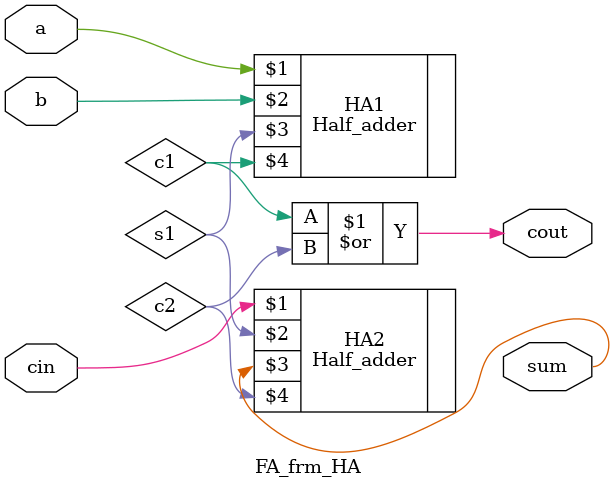
<source format=v>
`timescale 1ns / 1ps


module FA_frm_HA(
    input a,b,cin,
    output sum,cout
    );
   wire c1,s1,c2;
 // STRUCTURAL MODELLING
 Half_adder HA1 (a,b,s1,c1);
 Half_adder HA2 (cin,s1,sum,c2);
 assign cout = c1 | c2;
endmodule

</source>
